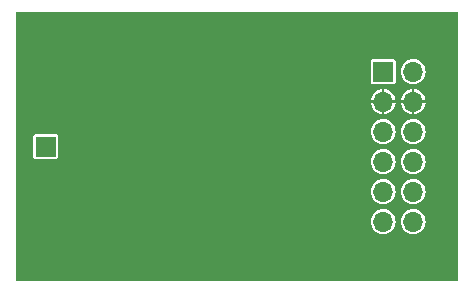
<source format=gbr>
%TF.GenerationSoftware,KiCad,Pcbnew,7.0.1*%
%TF.CreationDate,2023-04-28T09:36:00+02:00*%
%TF.ProjectId,RC_STLP2_ANT,52435f53-544c-4503-925f-414e542e6b69,rev?*%
%TF.SameCoordinates,Original*%
%TF.FileFunction,Copper,L2,Bot*%
%TF.FilePolarity,Positive*%
%FSLAX46Y46*%
G04 Gerber Fmt 4.6, Leading zero omitted, Abs format (unit mm)*
G04 Created by KiCad (PCBNEW 7.0.1) date 2023-04-28 09:36:00*
%MOMM*%
%LPD*%
G01*
G04 APERTURE LIST*
%TA.AperFunction,ComponentPad*%
%ADD10R,1.700000X1.700000*%
%TD*%
%TA.AperFunction,ComponentPad*%
%ADD11O,1.700000X1.700000*%
%TD*%
%TA.AperFunction,ViaPad*%
%ADD12C,0.800000*%
%TD*%
G04 APERTURE END LIST*
D10*
%TO.P,J1,1,Pin_1*%
%TO.N,VCC*%
X149860000Y-43180000D03*
D11*
%TO.P,J1,2,Pin_2*%
X152400000Y-43180000D03*
%TO.P,J1,3,Pin_3*%
%TO.N,GND*%
X149860000Y-45720000D03*
%TO.P,J1,4,Pin_4*%
X152400000Y-45720000D03*
%TO.P,J1,5,Pin_5*%
%TO.N,SCK*%
X149860000Y-48260000D03*
%TO.P,J1,6,Pin_6*%
%TO.N,unconnected-(J1-Pin_6-Pad6)*%
X152400000Y-48260000D03*
%TO.P,J1,7,Pin_7*%
%TO.N,MISO*%
X149860000Y-50800000D03*
%TO.P,J1,8,Pin_8*%
%TO.N,unconnected-(J1-Pin_8-Pad8)*%
X152400000Y-50800000D03*
%TO.P,J1,9,Pin_9*%
%TO.N,MOSI*%
X149860000Y-53340000D03*
%TO.P,J1,10,Pin_10*%
%TO.N,nRESET*%
X152400000Y-53340000D03*
%TO.P,J1,11,Pin_11*%
%TO.N,nCS*%
X149860000Y-55880000D03*
%TO.P,J1,12,Pin_12*%
%TO.N,IRQ*%
X152400000Y-55880000D03*
%TD*%
D10*
%TO.P,J2,1,Pin_1*%
%TO.N,Net-(J2-Pin_1)*%
X121285000Y-49530000D03*
%TD*%
D12*
%TO.N,GND*%
X147320000Y-42545000D03*
X146050000Y-52070000D03*
X146050000Y-54610000D03*
X146050000Y-57150000D03*
%TD*%
%TA.AperFunction,Conductor*%
%TO.N,GND*%
G36*
X156135000Y-38138763D02*
G01*
X156171237Y-38175000D01*
X156184500Y-38224500D01*
X156184500Y-60835500D01*
X156171237Y-60885000D01*
X156135000Y-60921237D01*
X156085500Y-60934500D01*
X118869500Y-60934500D01*
X118820000Y-60921237D01*
X118783763Y-60885000D01*
X118770500Y-60835500D01*
X118770500Y-55880000D01*
X148804416Y-55880000D01*
X148824699Y-56085933D01*
X148884767Y-56283952D01*
X148884768Y-56283954D01*
X148982315Y-56466450D01*
X149113590Y-56626410D01*
X149273550Y-56757685D01*
X149456046Y-56855232D01*
X149654066Y-56915300D01*
X149860000Y-56935583D01*
X150065934Y-56915300D01*
X150263954Y-56855232D01*
X150446450Y-56757685D01*
X150606410Y-56626410D01*
X150737685Y-56466450D01*
X150835232Y-56283954D01*
X150895300Y-56085934D01*
X150915583Y-55880000D01*
X151344416Y-55880000D01*
X151364699Y-56085933D01*
X151424767Y-56283952D01*
X151424768Y-56283954D01*
X151522315Y-56466450D01*
X151653590Y-56626410D01*
X151813550Y-56757685D01*
X151996046Y-56855232D01*
X152194066Y-56915300D01*
X152400000Y-56935583D01*
X152605934Y-56915300D01*
X152803954Y-56855232D01*
X152986450Y-56757685D01*
X153146410Y-56626410D01*
X153277685Y-56466450D01*
X153375232Y-56283954D01*
X153435300Y-56085934D01*
X153455583Y-55880000D01*
X153435300Y-55674066D01*
X153375232Y-55476046D01*
X153277685Y-55293550D01*
X153146410Y-55133590D01*
X152986450Y-55002315D01*
X152803954Y-54904768D01*
X152803953Y-54904767D01*
X152803952Y-54904767D01*
X152605933Y-54844699D01*
X152400000Y-54824416D01*
X152194066Y-54844699D01*
X151996047Y-54904767D01*
X151813549Y-55002315D01*
X151653590Y-55133590D01*
X151522315Y-55293549D01*
X151424767Y-55476047D01*
X151364699Y-55674066D01*
X151344416Y-55880000D01*
X150915583Y-55880000D01*
X150895300Y-55674066D01*
X150835232Y-55476046D01*
X150737685Y-55293550D01*
X150606410Y-55133590D01*
X150446450Y-55002315D01*
X150263954Y-54904768D01*
X150263953Y-54904767D01*
X150263952Y-54904767D01*
X150065933Y-54844699D01*
X149860000Y-54824416D01*
X149654066Y-54844699D01*
X149456047Y-54904767D01*
X149273549Y-55002315D01*
X149113590Y-55133590D01*
X148982315Y-55293549D01*
X148884767Y-55476047D01*
X148824699Y-55674066D01*
X148804416Y-55880000D01*
X118770500Y-55880000D01*
X118770500Y-53339999D01*
X148804416Y-53339999D01*
X148824699Y-53545933D01*
X148884767Y-53743952D01*
X148884768Y-53743954D01*
X148982315Y-53926450D01*
X149113590Y-54086410D01*
X149273550Y-54217685D01*
X149456046Y-54315232D01*
X149654066Y-54375300D01*
X149860000Y-54395583D01*
X150065934Y-54375300D01*
X150263954Y-54315232D01*
X150446450Y-54217685D01*
X150606410Y-54086410D01*
X150737685Y-53926450D01*
X150835232Y-53743954D01*
X150895300Y-53545934D01*
X150915583Y-53340000D01*
X150915583Y-53339999D01*
X151344416Y-53339999D01*
X151364699Y-53545933D01*
X151424767Y-53743952D01*
X151424768Y-53743954D01*
X151522315Y-53926450D01*
X151653590Y-54086410D01*
X151813550Y-54217685D01*
X151996046Y-54315232D01*
X152194066Y-54375300D01*
X152400000Y-54395583D01*
X152605934Y-54375300D01*
X152803954Y-54315232D01*
X152986450Y-54217685D01*
X153146410Y-54086410D01*
X153277685Y-53926450D01*
X153375232Y-53743954D01*
X153435300Y-53545934D01*
X153455583Y-53340000D01*
X153435300Y-53134066D01*
X153375232Y-52936046D01*
X153277685Y-52753550D01*
X153146410Y-52593590D01*
X152986450Y-52462315D01*
X152803954Y-52364768D01*
X152803953Y-52364767D01*
X152803952Y-52364767D01*
X152605933Y-52304699D01*
X152400000Y-52284416D01*
X152194066Y-52304699D01*
X151996047Y-52364767D01*
X151813549Y-52462315D01*
X151653590Y-52593590D01*
X151522315Y-52753549D01*
X151424767Y-52936047D01*
X151364699Y-53134066D01*
X151344416Y-53339999D01*
X150915583Y-53339999D01*
X150895300Y-53134066D01*
X150835232Y-52936046D01*
X150737685Y-52753550D01*
X150606410Y-52593590D01*
X150446450Y-52462315D01*
X150263954Y-52364768D01*
X150263953Y-52364767D01*
X150263952Y-52364767D01*
X150065933Y-52304699D01*
X149860000Y-52284416D01*
X149654066Y-52304699D01*
X149456047Y-52364767D01*
X149273549Y-52462315D01*
X149113590Y-52593590D01*
X148982315Y-52753549D01*
X148884767Y-52936047D01*
X148824699Y-53134066D01*
X148804416Y-53339999D01*
X118770500Y-53339999D01*
X118770500Y-50800000D01*
X148804416Y-50800000D01*
X148824699Y-51005933D01*
X148884767Y-51203952D01*
X148884768Y-51203954D01*
X148982315Y-51386450D01*
X149113590Y-51546410D01*
X149273550Y-51677685D01*
X149456046Y-51775232D01*
X149654065Y-51835299D01*
X149654066Y-51835300D01*
X149859999Y-51855583D01*
X149859999Y-51855582D01*
X149860000Y-51855583D01*
X150065934Y-51835300D01*
X150263954Y-51775232D01*
X150446450Y-51677685D01*
X150606410Y-51546410D01*
X150737685Y-51386450D01*
X150835232Y-51203954D01*
X150895300Y-51005934D01*
X150915583Y-50800000D01*
X151344416Y-50800000D01*
X151364699Y-51005933D01*
X151424767Y-51203952D01*
X151424768Y-51203954D01*
X151522315Y-51386450D01*
X151653590Y-51546410D01*
X151813550Y-51677685D01*
X151996046Y-51775232D01*
X152194065Y-51835299D01*
X152194066Y-51835300D01*
X152399999Y-51855583D01*
X152399999Y-51855582D01*
X152400000Y-51855583D01*
X152605934Y-51835300D01*
X152803954Y-51775232D01*
X152986450Y-51677685D01*
X153146410Y-51546410D01*
X153277685Y-51386450D01*
X153375232Y-51203954D01*
X153435300Y-51005934D01*
X153455583Y-50800000D01*
X153435300Y-50594066D01*
X153375232Y-50396046D01*
X153277685Y-50213550D01*
X153146410Y-50053590D01*
X152986450Y-49922315D01*
X152803954Y-49824768D01*
X152803953Y-49824767D01*
X152803952Y-49824767D01*
X152605933Y-49764699D01*
X152399999Y-49744416D01*
X152194066Y-49764699D01*
X151996047Y-49824767D01*
X151813549Y-49922315D01*
X151653590Y-50053590D01*
X151522315Y-50213549D01*
X151424767Y-50396047D01*
X151364699Y-50594066D01*
X151344416Y-50800000D01*
X150915583Y-50800000D01*
X150895300Y-50594066D01*
X150835232Y-50396046D01*
X150737685Y-50213550D01*
X150606410Y-50053590D01*
X150446450Y-49922315D01*
X150263954Y-49824768D01*
X150263953Y-49824767D01*
X150263952Y-49824767D01*
X150065933Y-49764699D01*
X149859999Y-49744416D01*
X149654066Y-49764699D01*
X149456047Y-49824767D01*
X149273549Y-49922315D01*
X149113590Y-50053590D01*
X148982315Y-50213549D01*
X148884767Y-50396047D01*
X148824699Y-50594066D01*
X148804416Y-50800000D01*
X118770500Y-50800000D01*
X118770500Y-50399747D01*
X120234500Y-50399747D01*
X120246133Y-50458231D01*
X120290447Y-50524552D01*
X120334761Y-50554162D01*
X120356769Y-50568867D01*
X120415252Y-50580500D01*
X122154747Y-50580500D01*
X122154748Y-50580500D01*
X122213231Y-50568867D01*
X122279552Y-50524552D01*
X122323867Y-50458231D01*
X122335500Y-50399748D01*
X122335500Y-48660252D01*
X122323867Y-48601769D01*
X122309162Y-48579762D01*
X122279552Y-48535447D01*
X122213231Y-48491133D01*
X122154748Y-48479500D01*
X120415252Y-48479500D01*
X120386010Y-48485316D01*
X120356768Y-48491133D01*
X120290447Y-48535447D01*
X120246133Y-48601768D01*
X120234500Y-48660253D01*
X120234500Y-50399747D01*
X118770500Y-50399747D01*
X118770500Y-48259999D01*
X148804416Y-48259999D01*
X148824699Y-48465933D01*
X148883645Y-48660252D01*
X148884768Y-48663954D01*
X148982315Y-48846450D01*
X149113590Y-49006410D01*
X149273550Y-49137685D01*
X149456046Y-49235232D01*
X149654066Y-49295300D01*
X149860000Y-49315583D01*
X150065934Y-49295300D01*
X150263954Y-49235232D01*
X150446450Y-49137685D01*
X150606410Y-49006410D01*
X150737685Y-48846450D01*
X150835232Y-48663954D01*
X150895300Y-48465934D01*
X150915583Y-48260000D01*
X150915583Y-48259999D01*
X151344416Y-48259999D01*
X151364699Y-48465933D01*
X151423645Y-48660252D01*
X151424768Y-48663954D01*
X151522315Y-48846450D01*
X151653590Y-49006410D01*
X151813550Y-49137685D01*
X151996046Y-49235232D01*
X152194066Y-49295300D01*
X152400000Y-49315583D01*
X152605934Y-49295300D01*
X152803954Y-49235232D01*
X152986450Y-49137685D01*
X153146410Y-49006410D01*
X153277685Y-48846450D01*
X153375232Y-48663954D01*
X153435300Y-48465934D01*
X153455583Y-48260000D01*
X153435300Y-48054066D01*
X153375232Y-47856046D01*
X153277685Y-47673550D01*
X153146410Y-47513590D01*
X152986450Y-47382315D01*
X152803954Y-47284768D01*
X152803953Y-47284767D01*
X152803952Y-47284767D01*
X152605933Y-47224699D01*
X152400000Y-47204416D01*
X152194066Y-47224699D01*
X151996047Y-47284767D01*
X151813549Y-47382315D01*
X151653590Y-47513590D01*
X151522315Y-47673549D01*
X151424767Y-47856047D01*
X151364699Y-48054066D01*
X151344416Y-48259999D01*
X150915583Y-48259999D01*
X150895300Y-48054066D01*
X150835232Y-47856046D01*
X150737685Y-47673550D01*
X150606410Y-47513590D01*
X150446450Y-47382315D01*
X150263954Y-47284768D01*
X150263953Y-47284767D01*
X150263952Y-47284767D01*
X150065933Y-47224699D01*
X149860000Y-47204416D01*
X149654066Y-47224699D01*
X149456047Y-47284767D01*
X149273549Y-47382315D01*
X149113590Y-47513590D01*
X148982315Y-47673549D01*
X148884767Y-47856047D01*
X148824699Y-48054066D01*
X148804416Y-48259999D01*
X118770500Y-48259999D01*
X118770500Y-45820000D01*
X148814767Y-45820000D01*
X148825191Y-45925835D01*
X148885231Y-46123763D01*
X148982730Y-46306170D01*
X149113945Y-46466054D01*
X149273829Y-46597269D01*
X149456236Y-46694768D01*
X149654164Y-46754808D01*
X149759999Y-46765232D01*
X149760000Y-46765232D01*
X149960000Y-46765232D01*
X150065835Y-46754808D01*
X150263763Y-46694768D01*
X150446170Y-46597269D01*
X150606054Y-46466054D01*
X150737269Y-46306170D01*
X150834768Y-46123763D01*
X150894808Y-45925835D01*
X150905232Y-45820000D01*
X151354767Y-45820000D01*
X151365191Y-45925835D01*
X151425231Y-46123763D01*
X151522730Y-46306170D01*
X151653945Y-46466054D01*
X151813829Y-46597269D01*
X151996236Y-46694768D01*
X152194164Y-46754808D01*
X152299999Y-46765232D01*
X152300000Y-46765232D01*
X152500000Y-46765232D01*
X152605835Y-46754808D01*
X152803763Y-46694768D01*
X152986170Y-46597269D01*
X153146054Y-46466054D01*
X153277269Y-46306170D01*
X153374768Y-46123763D01*
X153434808Y-45925835D01*
X153445232Y-45820000D01*
X152500001Y-45820000D01*
X152500000Y-45820001D01*
X152500000Y-46765232D01*
X152300000Y-46765232D01*
X152300000Y-45820001D01*
X152299999Y-45820000D01*
X151354767Y-45820000D01*
X150905232Y-45820000D01*
X149960001Y-45820000D01*
X149960000Y-45820001D01*
X149960000Y-46765232D01*
X149760000Y-46765232D01*
X149760000Y-45820001D01*
X149759999Y-45820000D01*
X148814767Y-45820000D01*
X118770500Y-45820000D01*
X118770500Y-45619999D01*
X148814767Y-45619999D01*
X148814768Y-45620000D01*
X149759999Y-45620000D01*
X149760000Y-45619999D01*
X149760000Y-44674768D01*
X149759999Y-44674767D01*
X149960000Y-44674767D01*
X149960000Y-45619999D01*
X149960001Y-45620000D01*
X150905232Y-45620000D01*
X150905232Y-45619999D01*
X151354767Y-45619999D01*
X151354768Y-45620000D01*
X152299999Y-45620000D01*
X152300000Y-45619999D01*
X152300000Y-44674768D01*
X152299999Y-44674767D01*
X152500000Y-44674767D01*
X152500000Y-45619999D01*
X152500001Y-45620000D01*
X153445232Y-45620000D01*
X153445232Y-45619999D01*
X153434808Y-45514164D01*
X153374768Y-45316236D01*
X153277269Y-45133829D01*
X153146054Y-44973945D01*
X152986170Y-44842730D01*
X152803763Y-44745231D01*
X152605835Y-44685191D01*
X152500000Y-44674767D01*
X152299999Y-44674767D01*
X152194164Y-44685191D01*
X151996236Y-44745231D01*
X151813829Y-44842730D01*
X151653945Y-44973945D01*
X151522730Y-45133829D01*
X151425231Y-45316236D01*
X151365191Y-45514164D01*
X151354767Y-45619999D01*
X150905232Y-45619999D01*
X150894808Y-45514164D01*
X150834768Y-45316236D01*
X150737269Y-45133829D01*
X150606054Y-44973945D01*
X150446170Y-44842730D01*
X150263763Y-44745231D01*
X150065835Y-44685191D01*
X149960000Y-44674767D01*
X149759999Y-44674767D01*
X149654164Y-44685191D01*
X149456236Y-44745231D01*
X149273829Y-44842730D01*
X149113945Y-44973945D01*
X148982730Y-45133829D01*
X148885231Y-45316236D01*
X148825191Y-45514164D01*
X148814767Y-45619999D01*
X118770500Y-45619999D01*
X118770500Y-44049747D01*
X148809500Y-44049747D01*
X148821133Y-44108231D01*
X148865447Y-44174552D01*
X148909762Y-44204162D01*
X148931769Y-44218867D01*
X148990252Y-44230500D01*
X150729747Y-44230500D01*
X150729748Y-44230500D01*
X150788231Y-44218867D01*
X150854552Y-44174552D01*
X150898867Y-44108231D01*
X150910500Y-44049748D01*
X150910500Y-43179999D01*
X151344416Y-43179999D01*
X151364699Y-43385933D01*
X151424767Y-43583952D01*
X151424768Y-43583954D01*
X151522315Y-43766450D01*
X151653590Y-43926410D01*
X151813550Y-44057685D01*
X151996046Y-44155232D01*
X152194066Y-44215300D01*
X152400000Y-44235583D01*
X152605934Y-44215300D01*
X152803954Y-44155232D01*
X152986450Y-44057685D01*
X153146410Y-43926410D01*
X153277685Y-43766450D01*
X153375232Y-43583954D01*
X153435300Y-43385934D01*
X153455583Y-43180000D01*
X153435300Y-42974066D01*
X153375232Y-42776046D01*
X153277685Y-42593550D01*
X153146410Y-42433590D01*
X152986450Y-42302315D01*
X152803954Y-42204768D01*
X152803953Y-42204767D01*
X152803952Y-42204767D01*
X152605933Y-42144699D01*
X152400000Y-42124416D01*
X152194066Y-42144699D01*
X151996047Y-42204767D01*
X151813549Y-42302315D01*
X151653590Y-42433590D01*
X151522315Y-42593549D01*
X151424767Y-42776047D01*
X151364699Y-42974066D01*
X151344416Y-43179999D01*
X150910500Y-43179999D01*
X150910500Y-42310252D01*
X150898867Y-42251769D01*
X150884162Y-42229762D01*
X150854552Y-42185447D01*
X150788231Y-42141133D01*
X150788230Y-42141132D01*
X150729748Y-42129500D01*
X148990252Y-42129500D01*
X148961010Y-42135316D01*
X148931768Y-42141133D01*
X148865447Y-42185447D01*
X148821133Y-42251768D01*
X148809500Y-42310253D01*
X148809500Y-44049747D01*
X118770500Y-44049747D01*
X118770500Y-38224500D01*
X118783763Y-38175000D01*
X118820000Y-38138763D01*
X118869500Y-38125500D01*
X156085500Y-38125500D01*
X156135000Y-38138763D01*
G37*
%TD.AperFunction*%
%TD*%
M02*

</source>
